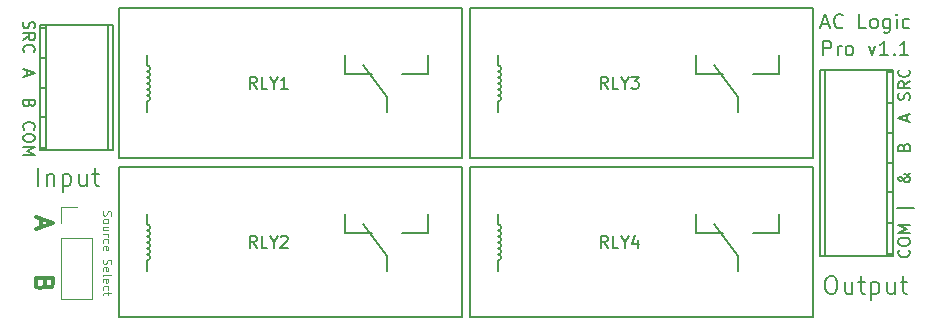
<source format=gbr>
G04 #@! TF.FileFunction,Legend,Top*
%FSLAX46Y46*%
G04 Gerber Fmt 4.6, Leading zero omitted, Abs format (unit mm)*
G04 Created by KiCad (PCBNEW 4.0.7) date 02/15/19 15:45:41*
%MOMM*%
%LPD*%
G01*
G04 APERTURE LIST*
%ADD10C,0.100000*%
%ADD11C,0.150000*%
%ADD12C,0.200000*%
%ADD13C,0.300000*%
%ADD14C,0.120000*%
G04 APERTURE END LIST*
D10*
D11*
X182610571Y-79790857D02*
X182610571Y-78590857D01*
X183067714Y-78590857D01*
X183182000Y-78648000D01*
X183239143Y-78705143D01*
X183296286Y-78819429D01*
X183296286Y-78990857D01*
X183239143Y-79105143D01*
X183182000Y-79162286D01*
X183067714Y-79219429D01*
X182610571Y-79219429D01*
X183810571Y-79790857D02*
X183810571Y-78990857D01*
X183810571Y-79219429D02*
X183867714Y-79105143D01*
X183924857Y-79048000D01*
X184039143Y-78990857D01*
X184153428Y-78990857D01*
X184724857Y-79790857D02*
X184610571Y-79733714D01*
X184553428Y-79676571D01*
X184496285Y-79562286D01*
X184496285Y-79219429D01*
X184553428Y-79105143D01*
X184610571Y-79048000D01*
X184724857Y-78990857D01*
X184896285Y-78990857D01*
X185010571Y-79048000D01*
X185067714Y-79105143D01*
X185124857Y-79219429D01*
X185124857Y-79562286D01*
X185067714Y-79676571D01*
X185010571Y-79733714D01*
X184896285Y-79790857D01*
X184724857Y-79790857D01*
X186439143Y-78990857D02*
X186724857Y-79790857D01*
X187010571Y-78990857D01*
X188096286Y-79790857D02*
X187410571Y-79790857D01*
X187753429Y-79790857D02*
X187753429Y-78590857D01*
X187639143Y-78762286D01*
X187524857Y-78876571D01*
X187410571Y-78933714D01*
X188610571Y-79676571D02*
X188667714Y-79733714D01*
X188610571Y-79790857D01*
X188553428Y-79733714D01*
X188610571Y-79676571D01*
X188610571Y-79790857D01*
X189810572Y-79790857D02*
X189124857Y-79790857D01*
X189467715Y-79790857D02*
X189467715Y-78590857D01*
X189353429Y-78762286D01*
X189239143Y-78876571D01*
X189124857Y-78933714D01*
X182467714Y-77162000D02*
X183039143Y-77162000D01*
X182353429Y-77504857D02*
X182753429Y-76304857D01*
X183153429Y-77504857D01*
X184239143Y-77390571D02*
X184182000Y-77447714D01*
X184010571Y-77504857D01*
X183896285Y-77504857D01*
X183724857Y-77447714D01*
X183610571Y-77333429D01*
X183553428Y-77219143D01*
X183496285Y-76990571D01*
X183496285Y-76819143D01*
X183553428Y-76590571D01*
X183610571Y-76476286D01*
X183724857Y-76362000D01*
X183896285Y-76304857D01*
X184010571Y-76304857D01*
X184182000Y-76362000D01*
X184239143Y-76419143D01*
X186239143Y-77504857D02*
X185667714Y-77504857D01*
X185667714Y-76304857D01*
X186810572Y-77504857D02*
X186696286Y-77447714D01*
X186639143Y-77390571D01*
X186582000Y-77276286D01*
X186582000Y-76933429D01*
X186639143Y-76819143D01*
X186696286Y-76762000D01*
X186810572Y-76704857D01*
X186982000Y-76704857D01*
X187096286Y-76762000D01*
X187153429Y-76819143D01*
X187210572Y-76933429D01*
X187210572Y-77276286D01*
X187153429Y-77390571D01*
X187096286Y-77447714D01*
X186982000Y-77504857D01*
X186810572Y-77504857D01*
X188239143Y-76704857D02*
X188239143Y-77676286D01*
X188182000Y-77790571D01*
X188124857Y-77847714D01*
X188010572Y-77904857D01*
X187839143Y-77904857D01*
X187724857Y-77847714D01*
X188239143Y-77447714D02*
X188124857Y-77504857D01*
X187896286Y-77504857D01*
X187782000Y-77447714D01*
X187724857Y-77390571D01*
X187667714Y-77276286D01*
X187667714Y-76933429D01*
X187724857Y-76819143D01*
X187782000Y-76762000D01*
X187896286Y-76704857D01*
X188124857Y-76704857D01*
X188239143Y-76762000D01*
X188810571Y-77504857D02*
X188810571Y-76704857D01*
X188810571Y-76304857D02*
X188753428Y-76362000D01*
X188810571Y-76419143D01*
X188867714Y-76362000D01*
X188810571Y-76304857D01*
X188810571Y-76419143D01*
X189896286Y-77447714D02*
X189782000Y-77504857D01*
X189553429Y-77504857D01*
X189439143Y-77447714D01*
X189382000Y-77390571D01*
X189324857Y-77276286D01*
X189324857Y-76933429D01*
X189382000Y-76819143D01*
X189439143Y-76762000D01*
X189553429Y-76704857D01*
X189782000Y-76704857D01*
X189896286Y-76762000D01*
X189841143Y-96289714D02*
X189888762Y-96337333D01*
X189936381Y-96480190D01*
X189936381Y-96575428D01*
X189888762Y-96718286D01*
X189793524Y-96813524D01*
X189698286Y-96861143D01*
X189507810Y-96908762D01*
X189364952Y-96908762D01*
X189174476Y-96861143D01*
X189079238Y-96813524D01*
X188984000Y-96718286D01*
X188936381Y-96575428D01*
X188936381Y-96480190D01*
X188984000Y-96337333D01*
X189031619Y-96289714D01*
X188936381Y-95670667D02*
X188936381Y-95480190D01*
X188984000Y-95384952D01*
X189079238Y-95289714D01*
X189269714Y-95242095D01*
X189603048Y-95242095D01*
X189793524Y-95289714D01*
X189888762Y-95384952D01*
X189936381Y-95480190D01*
X189936381Y-95670667D01*
X189888762Y-95765905D01*
X189793524Y-95861143D01*
X189603048Y-95908762D01*
X189269714Y-95908762D01*
X189079238Y-95861143D01*
X188984000Y-95765905D01*
X188936381Y-95670667D01*
X189936381Y-94813524D02*
X188936381Y-94813524D01*
X189650667Y-94480190D01*
X188936381Y-94146857D01*
X189936381Y-94146857D01*
X190269714Y-92710000D02*
X188841143Y-92710000D01*
X189936381Y-89741428D02*
X189936381Y-89789047D01*
X189888762Y-89884285D01*
X189745905Y-90027142D01*
X189460190Y-90265237D01*
X189317333Y-90360476D01*
X189174476Y-90408095D01*
X189079238Y-90408095D01*
X188984000Y-90360476D01*
X188936381Y-90265237D01*
X188936381Y-90217618D01*
X188984000Y-90122380D01*
X189079238Y-90074761D01*
X189126857Y-90074761D01*
X189222095Y-90122380D01*
X189269714Y-90169999D01*
X189460190Y-90455714D01*
X189507810Y-90503333D01*
X189603048Y-90550952D01*
X189745905Y-90550952D01*
X189841143Y-90503333D01*
X189888762Y-90455714D01*
X189936381Y-90360476D01*
X189936381Y-90217618D01*
X189888762Y-90122380D01*
X189841143Y-90074761D01*
X189650667Y-89931904D01*
X189507810Y-89884285D01*
X189412571Y-89884285D01*
X189412571Y-87558571D02*
X189460190Y-87415714D01*
X189507810Y-87368095D01*
X189603048Y-87320476D01*
X189745905Y-87320476D01*
X189841143Y-87368095D01*
X189888762Y-87415714D01*
X189936381Y-87510952D01*
X189936381Y-87891905D01*
X188936381Y-87891905D01*
X188936381Y-87558571D01*
X188984000Y-87463333D01*
X189031619Y-87415714D01*
X189126857Y-87368095D01*
X189222095Y-87368095D01*
X189317333Y-87415714D01*
X189364952Y-87463333D01*
X189412571Y-87558571D01*
X189412571Y-87891905D01*
X189650667Y-85328095D02*
X189650667Y-84851904D01*
X189936381Y-85423333D02*
X188936381Y-85090000D01*
X189936381Y-84756666D01*
X189888762Y-83581714D02*
X189936381Y-83438857D01*
X189936381Y-83200761D01*
X189888762Y-83105523D01*
X189841143Y-83057904D01*
X189745905Y-83010285D01*
X189650667Y-83010285D01*
X189555429Y-83057904D01*
X189507810Y-83105523D01*
X189460190Y-83200761D01*
X189412571Y-83391238D01*
X189364952Y-83486476D01*
X189317333Y-83534095D01*
X189222095Y-83581714D01*
X189126857Y-83581714D01*
X189031619Y-83534095D01*
X188984000Y-83486476D01*
X188936381Y-83391238D01*
X188936381Y-83153142D01*
X188984000Y-83010285D01*
X189936381Y-82010285D02*
X189460190Y-82343619D01*
X189936381Y-82581714D02*
X188936381Y-82581714D01*
X188936381Y-82200761D01*
X188984000Y-82105523D01*
X189031619Y-82057904D01*
X189126857Y-82010285D01*
X189269714Y-82010285D01*
X189364952Y-82057904D01*
X189412571Y-82105523D01*
X189460190Y-82200761D01*
X189460190Y-82581714D01*
X189841143Y-81010285D02*
X189888762Y-81057904D01*
X189936381Y-81200761D01*
X189936381Y-81295999D01*
X189888762Y-81438857D01*
X189793524Y-81534095D01*
X189698286Y-81581714D01*
X189507810Y-81629333D01*
X189364952Y-81629333D01*
X189174476Y-81581714D01*
X189079238Y-81534095D01*
X188984000Y-81438857D01*
X188936381Y-81295999D01*
X188936381Y-81200761D01*
X188984000Y-81057904D01*
X189031619Y-81010285D01*
D12*
X183146285Y-98492571D02*
X183431999Y-98492571D01*
X183574857Y-98564000D01*
X183717714Y-98706857D01*
X183789142Y-98992571D01*
X183789142Y-99492571D01*
X183717714Y-99778286D01*
X183574857Y-99921143D01*
X183431999Y-99992571D01*
X183146285Y-99992571D01*
X183003428Y-99921143D01*
X182860571Y-99778286D01*
X182789142Y-99492571D01*
X182789142Y-98992571D01*
X182860571Y-98706857D01*
X183003428Y-98564000D01*
X183146285Y-98492571D01*
X185074857Y-98992571D02*
X185074857Y-99992571D01*
X184432000Y-98992571D02*
X184432000Y-99778286D01*
X184503428Y-99921143D01*
X184646286Y-99992571D01*
X184860571Y-99992571D01*
X185003428Y-99921143D01*
X185074857Y-99849714D01*
X185574857Y-98992571D02*
X186146286Y-98992571D01*
X185789143Y-98492571D02*
X185789143Y-99778286D01*
X185860571Y-99921143D01*
X186003429Y-99992571D01*
X186146286Y-99992571D01*
X186646286Y-98992571D02*
X186646286Y-100492571D01*
X186646286Y-99064000D02*
X186789143Y-98992571D01*
X187074857Y-98992571D01*
X187217714Y-99064000D01*
X187289143Y-99135429D01*
X187360572Y-99278286D01*
X187360572Y-99706857D01*
X187289143Y-99849714D01*
X187217714Y-99921143D01*
X187074857Y-99992571D01*
X186789143Y-99992571D01*
X186646286Y-99921143D01*
X188646286Y-98992571D02*
X188646286Y-99992571D01*
X188003429Y-98992571D02*
X188003429Y-99778286D01*
X188074857Y-99921143D01*
X188217715Y-99992571D01*
X188432000Y-99992571D01*
X188574857Y-99921143D01*
X188646286Y-99849714D01*
X189146286Y-98992571D02*
X189717715Y-98992571D01*
X189360572Y-98492571D02*
X189360572Y-99778286D01*
X189432000Y-99921143D01*
X189574858Y-99992571D01*
X189717715Y-99992571D01*
D11*
X114911238Y-76946286D02*
X114863619Y-77089143D01*
X114863619Y-77327239D01*
X114911238Y-77422477D01*
X114958857Y-77470096D01*
X115054095Y-77517715D01*
X115149333Y-77517715D01*
X115244571Y-77470096D01*
X115292190Y-77422477D01*
X115339810Y-77327239D01*
X115387429Y-77136762D01*
X115435048Y-77041524D01*
X115482667Y-76993905D01*
X115577905Y-76946286D01*
X115673143Y-76946286D01*
X115768381Y-76993905D01*
X115816000Y-77041524D01*
X115863619Y-77136762D01*
X115863619Y-77374858D01*
X115816000Y-77517715D01*
X114863619Y-78517715D02*
X115339810Y-78184381D01*
X114863619Y-77946286D02*
X115863619Y-77946286D01*
X115863619Y-78327239D01*
X115816000Y-78422477D01*
X115768381Y-78470096D01*
X115673143Y-78517715D01*
X115530286Y-78517715D01*
X115435048Y-78470096D01*
X115387429Y-78422477D01*
X115339810Y-78327239D01*
X115339810Y-77946286D01*
X114958857Y-79517715D02*
X114911238Y-79470096D01*
X114863619Y-79327239D01*
X114863619Y-79232001D01*
X114911238Y-79089143D01*
X115006476Y-78993905D01*
X115101714Y-78946286D01*
X115292190Y-78898667D01*
X115435048Y-78898667D01*
X115625524Y-78946286D01*
X115720762Y-78993905D01*
X115816000Y-79089143D01*
X115863619Y-79232001D01*
X115863619Y-79327239D01*
X115816000Y-79470096D01*
X115768381Y-79517715D01*
X114958857Y-86082286D02*
X114911238Y-86034667D01*
X114863619Y-85891810D01*
X114863619Y-85796572D01*
X114911238Y-85653714D01*
X115006476Y-85558476D01*
X115101714Y-85510857D01*
X115292190Y-85463238D01*
X115435048Y-85463238D01*
X115625524Y-85510857D01*
X115720762Y-85558476D01*
X115816000Y-85653714D01*
X115863619Y-85796572D01*
X115863619Y-85891810D01*
X115816000Y-86034667D01*
X115768381Y-86082286D01*
X115863619Y-86701333D02*
X115863619Y-86891810D01*
X115816000Y-86987048D01*
X115720762Y-87082286D01*
X115530286Y-87129905D01*
X115196952Y-87129905D01*
X115006476Y-87082286D01*
X114911238Y-86987048D01*
X114863619Y-86891810D01*
X114863619Y-86701333D01*
X114911238Y-86606095D01*
X115006476Y-86510857D01*
X115196952Y-86463238D01*
X115530286Y-86463238D01*
X115720762Y-86510857D01*
X115816000Y-86606095D01*
X115863619Y-86701333D01*
X114863619Y-87558476D02*
X115863619Y-87558476D01*
X115149333Y-87891810D01*
X115863619Y-88225143D01*
X114863619Y-88225143D01*
X115387429Y-83891429D02*
X115339810Y-84034286D01*
X115292190Y-84081905D01*
X115196952Y-84129524D01*
X115054095Y-84129524D01*
X114958857Y-84081905D01*
X114911238Y-84034286D01*
X114863619Y-83939048D01*
X114863619Y-83558095D01*
X115863619Y-83558095D01*
X115863619Y-83891429D01*
X115816000Y-83986667D01*
X115768381Y-84034286D01*
X115673143Y-84081905D01*
X115577905Y-84081905D01*
X115482667Y-84034286D01*
X115435048Y-83986667D01*
X115387429Y-83891429D01*
X115387429Y-83558095D01*
X115149333Y-81041905D02*
X115149333Y-81518096D01*
X114863619Y-80946667D02*
X115863619Y-81280000D01*
X114863619Y-81613334D01*
D12*
X116153714Y-90848571D02*
X116153714Y-89348571D01*
X116868000Y-89848571D02*
X116868000Y-90848571D01*
X116868000Y-89991429D02*
X116939428Y-89920000D01*
X117082286Y-89848571D01*
X117296571Y-89848571D01*
X117439428Y-89920000D01*
X117510857Y-90062857D01*
X117510857Y-90848571D01*
X118225143Y-89848571D02*
X118225143Y-91348571D01*
X118225143Y-89920000D02*
X118368000Y-89848571D01*
X118653714Y-89848571D01*
X118796571Y-89920000D01*
X118868000Y-89991429D01*
X118939429Y-90134286D01*
X118939429Y-90562857D01*
X118868000Y-90705714D01*
X118796571Y-90777143D01*
X118653714Y-90848571D01*
X118368000Y-90848571D01*
X118225143Y-90777143D01*
X120225143Y-89848571D02*
X120225143Y-90848571D01*
X119582286Y-89848571D02*
X119582286Y-90634286D01*
X119653714Y-90777143D01*
X119796572Y-90848571D01*
X120010857Y-90848571D01*
X120153714Y-90777143D01*
X120225143Y-90705714D01*
X120725143Y-89848571D02*
X121296572Y-89848571D01*
X120939429Y-89348571D02*
X120939429Y-90634286D01*
X121010857Y-90777143D01*
X121153715Y-90848571D01*
X121296572Y-90848571D01*
D10*
X121636667Y-92986667D02*
X121603333Y-93086667D01*
X121603333Y-93253334D01*
X121636667Y-93320001D01*
X121670000Y-93353334D01*
X121736667Y-93386667D01*
X121803333Y-93386667D01*
X121870000Y-93353334D01*
X121903333Y-93320001D01*
X121936667Y-93253334D01*
X121970000Y-93120001D01*
X122003333Y-93053334D01*
X122036667Y-93020001D01*
X122103333Y-92986667D01*
X122170000Y-92986667D01*
X122236667Y-93020001D01*
X122270000Y-93053334D01*
X122303333Y-93120001D01*
X122303333Y-93286667D01*
X122270000Y-93386667D01*
X121603333Y-93786668D02*
X121636667Y-93720001D01*
X121670000Y-93686668D01*
X121736667Y-93653334D01*
X121936667Y-93653334D01*
X122003333Y-93686668D01*
X122036667Y-93720001D01*
X122070000Y-93786668D01*
X122070000Y-93886668D01*
X122036667Y-93953334D01*
X122003333Y-93986668D01*
X121936667Y-94020001D01*
X121736667Y-94020001D01*
X121670000Y-93986668D01*
X121636667Y-93953334D01*
X121603333Y-93886668D01*
X121603333Y-93786668D01*
X122070000Y-94620001D02*
X121603333Y-94620001D01*
X122070000Y-94320001D02*
X121703333Y-94320001D01*
X121636667Y-94353334D01*
X121603333Y-94420001D01*
X121603333Y-94520001D01*
X121636667Y-94586667D01*
X121670000Y-94620001D01*
X121603333Y-94953334D02*
X122070000Y-94953334D01*
X121936667Y-94953334D02*
X122003333Y-94986667D01*
X122036667Y-95020000D01*
X122070000Y-95086667D01*
X122070000Y-95153334D01*
X121636667Y-95686667D02*
X121603333Y-95620000D01*
X121603333Y-95486667D01*
X121636667Y-95420000D01*
X121670000Y-95386667D01*
X121736667Y-95353333D01*
X121936667Y-95353333D01*
X122003333Y-95386667D01*
X122036667Y-95420000D01*
X122070000Y-95486667D01*
X122070000Y-95620000D01*
X122036667Y-95686667D01*
X121636667Y-96253333D02*
X121603333Y-96186667D01*
X121603333Y-96053333D01*
X121636667Y-95986667D01*
X121703333Y-95953333D01*
X121970000Y-95953333D01*
X122036667Y-95986667D01*
X122070000Y-96053333D01*
X122070000Y-96186667D01*
X122036667Y-96253333D01*
X121970000Y-96286667D01*
X121903333Y-96286667D01*
X121836667Y-95953333D01*
X121636667Y-97086666D02*
X121603333Y-97186666D01*
X121603333Y-97353333D01*
X121636667Y-97420000D01*
X121670000Y-97453333D01*
X121736667Y-97486666D01*
X121803333Y-97486666D01*
X121870000Y-97453333D01*
X121903333Y-97420000D01*
X121936667Y-97353333D01*
X121970000Y-97220000D01*
X122003333Y-97153333D01*
X122036667Y-97120000D01*
X122103333Y-97086666D01*
X122170000Y-97086666D01*
X122236667Y-97120000D01*
X122270000Y-97153333D01*
X122303333Y-97220000D01*
X122303333Y-97386666D01*
X122270000Y-97486666D01*
X121636667Y-98053333D02*
X121603333Y-97986667D01*
X121603333Y-97853333D01*
X121636667Y-97786667D01*
X121703333Y-97753333D01*
X121970000Y-97753333D01*
X122036667Y-97786667D01*
X122070000Y-97853333D01*
X122070000Y-97986667D01*
X122036667Y-98053333D01*
X121970000Y-98086667D01*
X121903333Y-98086667D01*
X121836667Y-97753333D01*
X121603333Y-98486667D02*
X121636667Y-98420000D01*
X121703333Y-98386667D01*
X122303333Y-98386667D01*
X121636667Y-99020000D02*
X121603333Y-98953334D01*
X121603333Y-98820000D01*
X121636667Y-98753334D01*
X121703333Y-98720000D01*
X121970000Y-98720000D01*
X122036667Y-98753334D01*
X122070000Y-98820000D01*
X122070000Y-98953334D01*
X122036667Y-99020000D01*
X121970000Y-99053334D01*
X121903333Y-99053334D01*
X121836667Y-98720000D01*
X121636667Y-99653334D02*
X121603333Y-99586667D01*
X121603333Y-99453334D01*
X121636667Y-99386667D01*
X121670000Y-99353334D01*
X121736667Y-99320000D01*
X121936667Y-99320000D01*
X122003333Y-99353334D01*
X122036667Y-99386667D01*
X122070000Y-99453334D01*
X122070000Y-99586667D01*
X122036667Y-99653334D01*
X122070000Y-99853334D02*
X122070000Y-100120000D01*
X122303333Y-99953334D02*
X121703333Y-99953334D01*
X121636667Y-99986667D01*
X121603333Y-100053334D01*
X121603333Y-100120000D01*
D13*
X116693143Y-99167143D02*
X116621714Y-99381429D01*
X116550286Y-99452857D01*
X116407429Y-99524286D01*
X116193143Y-99524286D01*
X116050286Y-99452857D01*
X115978857Y-99381429D01*
X115907429Y-99238571D01*
X115907429Y-98667143D01*
X117407429Y-98667143D01*
X117407429Y-99167143D01*
X117336000Y-99310000D01*
X117264571Y-99381429D01*
X117121714Y-99452857D01*
X116978857Y-99452857D01*
X116836000Y-99381429D01*
X116764571Y-99310000D01*
X116693143Y-99167143D01*
X116693143Y-98667143D01*
X116336000Y-93622857D02*
X116336000Y-94337143D01*
X115907429Y-93480000D02*
X117407429Y-93980000D01*
X115907429Y-94480000D01*
D14*
X118050000Y-100390000D02*
X120710000Y-100390000D01*
X118050000Y-95250000D02*
X118050000Y-100390000D01*
X120710000Y-95250000D02*
X120710000Y-100390000D01*
X118050000Y-95250000D02*
X120710000Y-95250000D01*
X118050000Y-93980000D02*
X118050000Y-92650000D01*
X118050000Y-92650000D02*
X119380000Y-92650000D01*
D11*
X125349000Y-80645000D02*
X125349000Y-79756000D01*
X125349000Y-83693000D02*
X125349000Y-84582000D01*
X125349000Y-82169000D02*
G75*
G03X125349000Y-81661000I0J254000D01*
G01*
X145669000Y-83312000D02*
X143637000Y-80645000D01*
X145669000Y-84582000D02*
X145669000Y-83312000D01*
X149098000Y-81407000D02*
X146939000Y-81407000D01*
X149098000Y-79756000D02*
X149098000Y-81407000D01*
X142113000Y-81407000D02*
X144399000Y-81407000D01*
X142113000Y-79756000D02*
X142113000Y-81407000D01*
X122986000Y-75819000D02*
X122986000Y-88519000D01*
X151986000Y-88519000D02*
X122986000Y-88519000D01*
X151986000Y-75819000D02*
X151986000Y-88519000D01*
X122986000Y-75819000D02*
X151986000Y-75819000D01*
X125349000Y-81153000D02*
G75*
G03X125349000Y-80645000I0J254000D01*
G01*
X125349000Y-81661000D02*
G75*
G03X125349000Y-81153000I0J254000D01*
G01*
X125349000Y-83185000D02*
G75*
G03X125349000Y-82677000I0J254000D01*
G01*
X125349000Y-82677000D02*
G75*
G03X125349000Y-82169000I0J254000D01*
G01*
X125349000Y-83693000D02*
G75*
G03X125349000Y-83185000I0J254000D01*
G01*
X125349000Y-94107000D02*
X125349000Y-93218000D01*
X125349000Y-97155000D02*
X125349000Y-98044000D01*
X125349000Y-95631000D02*
G75*
G03X125349000Y-95123000I0J254000D01*
G01*
X145669000Y-96774000D02*
X143637000Y-94107000D01*
X145669000Y-98044000D02*
X145669000Y-96774000D01*
X149098000Y-94869000D02*
X146939000Y-94869000D01*
X149098000Y-93218000D02*
X149098000Y-94869000D01*
X142113000Y-94869000D02*
X144399000Y-94869000D01*
X142113000Y-93218000D02*
X142113000Y-94869000D01*
X122986000Y-89281000D02*
X122986000Y-101981000D01*
X151986000Y-101981000D02*
X122986000Y-101981000D01*
X151986000Y-89281000D02*
X151986000Y-101981000D01*
X122986000Y-89281000D02*
X151986000Y-89281000D01*
X125349000Y-94615000D02*
G75*
G03X125349000Y-94107000I0J254000D01*
G01*
X125349000Y-95123000D02*
G75*
G03X125349000Y-94615000I0J254000D01*
G01*
X125349000Y-96647000D02*
G75*
G03X125349000Y-96139000I0J254000D01*
G01*
X125349000Y-96139000D02*
G75*
G03X125349000Y-95631000I0J254000D01*
G01*
X125349000Y-97155000D02*
G75*
G03X125349000Y-96647000I0J254000D01*
G01*
X155067000Y-80645000D02*
X155067000Y-79756000D01*
X155067000Y-83693000D02*
X155067000Y-84582000D01*
X155067000Y-82169000D02*
G75*
G03X155067000Y-81661000I0J254000D01*
G01*
X175387000Y-83312000D02*
X173355000Y-80645000D01*
X175387000Y-84582000D02*
X175387000Y-83312000D01*
X178816000Y-81407000D02*
X176657000Y-81407000D01*
X178816000Y-79756000D02*
X178816000Y-81407000D01*
X171831000Y-81407000D02*
X174117000Y-81407000D01*
X171831000Y-79756000D02*
X171831000Y-81407000D01*
X152704000Y-75819000D02*
X152704000Y-88519000D01*
X181704000Y-88519000D02*
X152704000Y-88519000D01*
X181704000Y-75819000D02*
X181704000Y-88519000D01*
X152704000Y-75819000D02*
X181704000Y-75819000D01*
X155067000Y-81153000D02*
G75*
G03X155067000Y-80645000I0J254000D01*
G01*
X155067000Y-81661000D02*
G75*
G03X155067000Y-81153000I0J254000D01*
G01*
X155067000Y-83185000D02*
G75*
G03X155067000Y-82677000I0J254000D01*
G01*
X155067000Y-82677000D02*
G75*
G03X155067000Y-82169000I0J254000D01*
G01*
X155067000Y-83693000D02*
G75*
G03X155067000Y-83185000I0J254000D01*
G01*
X155067000Y-94107000D02*
X155067000Y-93218000D01*
X155067000Y-97155000D02*
X155067000Y-98044000D01*
X155067000Y-95631000D02*
G75*
G03X155067000Y-95123000I0J254000D01*
G01*
X175387000Y-96774000D02*
X173355000Y-94107000D01*
X175387000Y-98044000D02*
X175387000Y-96774000D01*
X178816000Y-94869000D02*
X176657000Y-94869000D01*
X178816000Y-93218000D02*
X178816000Y-94869000D01*
X171831000Y-94869000D02*
X174117000Y-94869000D01*
X171831000Y-93218000D02*
X171831000Y-94869000D01*
X152704000Y-89281000D02*
X152704000Y-101981000D01*
X181704000Y-101981000D02*
X152704000Y-101981000D01*
X181704000Y-89281000D02*
X181704000Y-101981000D01*
X152704000Y-89281000D02*
X181704000Y-89281000D01*
X155067000Y-94615000D02*
G75*
G03X155067000Y-94107000I0J254000D01*
G01*
X155067000Y-95123000D02*
G75*
G03X155067000Y-94615000I0J254000D01*
G01*
X155067000Y-96647000D02*
G75*
G03X155067000Y-96139000I0J254000D01*
G01*
X155067000Y-96139000D02*
G75*
G03X155067000Y-95631000I0J254000D01*
G01*
X155067000Y-97155000D02*
G75*
G03X155067000Y-96647000I0J254000D01*
G01*
X122478800Y-87850980D02*
X122478800Y-77249020D01*
X122080020Y-77249020D02*
X122080020Y-87850980D01*
X116779040Y-77249020D02*
X116779040Y-87850980D01*
X116281200Y-87850980D02*
X116281200Y-77249020D01*
X116779040Y-85046820D02*
X116281200Y-85046820D01*
X116779040Y-82550000D02*
X116281200Y-82550000D01*
X116281200Y-77452220D02*
X116779040Y-77452220D01*
X116779040Y-87650320D02*
X116281200Y-87650320D01*
X116281200Y-80053180D02*
X116779040Y-80053180D01*
X116281200Y-87848440D02*
X122478800Y-87848440D01*
X122478800Y-77254100D02*
X116281200Y-77254100D01*
X182321200Y-81000600D02*
X182321200Y-96799400D01*
X182719980Y-81000600D02*
X182719980Y-96799400D01*
X188518800Y-96799400D02*
X188518800Y-81000600D01*
X188020960Y-81000600D02*
X188020960Y-96799400D01*
X188020960Y-83799680D02*
X188518800Y-83799680D01*
X188020960Y-86400640D02*
X188518800Y-86400640D01*
X188020960Y-88902540D02*
X188518800Y-88902540D01*
X188020960Y-91399360D02*
X188518800Y-91399360D01*
X188518800Y-96596200D02*
X188020960Y-96596200D01*
X188020960Y-81203800D02*
X188518800Y-81203800D01*
X188518800Y-93997780D02*
X188020960Y-93997780D01*
X188518800Y-81005680D02*
X182321200Y-81005680D01*
X182321200Y-96794320D02*
X188518800Y-96794320D01*
X134636000Y-82621381D02*
X134302666Y-82145190D01*
X134064571Y-82621381D02*
X134064571Y-81621381D01*
X134445524Y-81621381D01*
X134540762Y-81669000D01*
X134588381Y-81716619D01*
X134636000Y-81811857D01*
X134636000Y-81954714D01*
X134588381Y-82049952D01*
X134540762Y-82097571D01*
X134445524Y-82145190D01*
X134064571Y-82145190D01*
X135540762Y-82621381D02*
X135064571Y-82621381D01*
X135064571Y-81621381D01*
X136064571Y-82145190D02*
X136064571Y-82621381D01*
X135731238Y-81621381D02*
X136064571Y-82145190D01*
X136397905Y-81621381D01*
X137255048Y-82621381D02*
X136683619Y-82621381D01*
X136969333Y-82621381D02*
X136969333Y-81621381D01*
X136874095Y-81764238D01*
X136778857Y-81859476D01*
X136683619Y-81907095D01*
X134636000Y-96083381D02*
X134302666Y-95607190D01*
X134064571Y-96083381D02*
X134064571Y-95083381D01*
X134445524Y-95083381D01*
X134540762Y-95131000D01*
X134588381Y-95178619D01*
X134636000Y-95273857D01*
X134636000Y-95416714D01*
X134588381Y-95511952D01*
X134540762Y-95559571D01*
X134445524Y-95607190D01*
X134064571Y-95607190D01*
X135540762Y-96083381D02*
X135064571Y-96083381D01*
X135064571Y-95083381D01*
X136064571Y-95607190D02*
X136064571Y-96083381D01*
X135731238Y-95083381D02*
X136064571Y-95607190D01*
X136397905Y-95083381D01*
X136683619Y-95178619D02*
X136731238Y-95131000D01*
X136826476Y-95083381D01*
X137064572Y-95083381D01*
X137159810Y-95131000D01*
X137207429Y-95178619D01*
X137255048Y-95273857D01*
X137255048Y-95369095D01*
X137207429Y-95511952D01*
X136636000Y-96083381D01*
X137255048Y-96083381D01*
X164354000Y-82621381D02*
X164020666Y-82145190D01*
X163782571Y-82621381D02*
X163782571Y-81621381D01*
X164163524Y-81621381D01*
X164258762Y-81669000D01*
X164306381Y-81716619D01*
X164354000Y-81811857D01*
X164354000Y-81954714D01*
X164306381Y-82049952D01*
X164258762Y-82097571D01*
X164163524Y-82145190D01*
X163782571Y-82145190D01*
X165258762Y-82621381D02*
X164782571Y-82621381D01*
X164782571Y-81621381D01*
X165782571Y-82145190D02*
X165782571Y-82621381D01*
X165449238Y-81621381D02*
X165782571Y-82145190D01*
X166115905Y-81621381D01*
X166354000Y-81621381D02*
X166973048Y-81621381D01*
X166639714Y-82002333D01*
X166782572Y-82002333D01*
X166877810Y-82049952D01*
X166925429Y-82097571D01*
X166973048Y-82192810D01*
X166973048Y-82430905D01*
X166925429Y-82526143D01*
X166877810Y-82573762D01*
X166782572Y-82621381D01*
X166496857Y-82621381D01*
X166401619Y-82573762D01*
X166354000Y-82526143D01*
X164354000Y-96083381D02*
X164020666Y-95607190D01*
X163782571Y-96083381D02*
X163782571Y-95083381D01*
X164163524Y-95083381D01*
X164258762Y-95131000D01*
X164306381Y-95178619D01*
X164354000Y-95273857D01*
X164354000Y-95416714D01*
X164306381Y-95511952D01*
X164258762Y-95559571D01*
X164163524Y-95607190D01*
X163782571Y-95607190D01*
X165258762Y-96083381D02*
X164782571Y-96083381D01*
X164782571Y-95083381D01*
X165782571Y-95607190D02*
X165782571Y-96083381D01*
X165449238Y-95083381D02*
X165782571Y-95607190D01*
X166115905Y-95083381D01*
X166877810Y-95416714D02*
X166877810Y-96083381D01*
X166639714Y-95035762D02*
X166401619Y-95750048D01*
X167020667Y-95750048D01*
M02*

</source>
